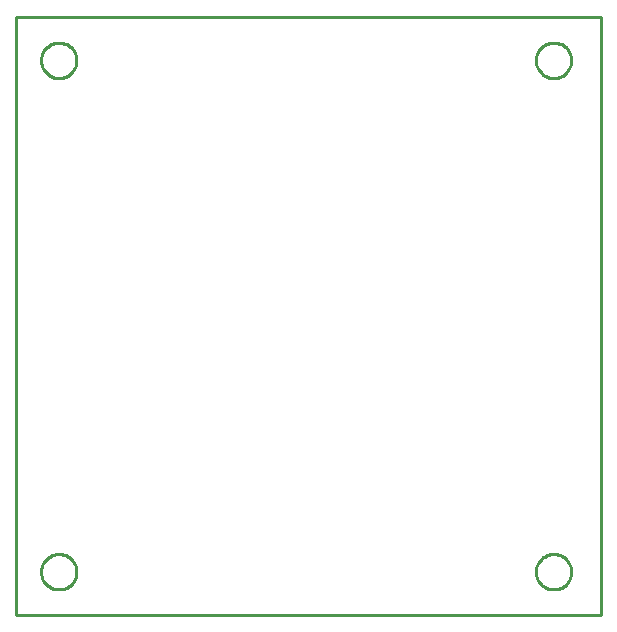
<source format=gbr>
G04 EAGLE Gerber X2 export*
%TF.Part,Single*%
%TF.FileFunction,Profile,NP*%
%TF.FilePolarity,Positive*%
%TF.GenerationSoftware,Autodesk,EAGLE,9.6.1*%
%TF.CreationDate,2020-04-14T06:35:51Z*%
G75*
%MOMM*%
%FSLAX34Y34*%
%LPD*%
%IN*%
%AMOC8*
5,1,8,0,0,1.08239X$1,22.5*%
G01*
%ADD10C,0.254000*%


D10*
X0Y0D02*
X495100Y0D01*
X495100Y507000D01*
X0Y507000D01*
X0Y0D01*
X51000Y469464D02*
X50924Y468396D01*
X50771Y467335D01*
X50543Y466288D01*
X50241Y465260D01*
X49867Y464256D01*
X49422Y463281D01*
X48908Y462341D01*
X48329Y461440D01*
X47687Y460582D01*
X46985Y459772D01*
X46228Y459015D01*
X45418Y458313D01*
X44560Y457671D01*
X43659Y457092D01*
X42719Y456578D01*
X41744Y456133D01*
X40740Y455759D01*
X39712Y455457D01*
X38665Y455229D01*
X37604Y455076D01*
X36536Y455000D01*
X35464Y455000D01*
X34396Y455076D01*
X33335Y455229D01*
X32288Y455457D01*
X31260Y455759D01*
X30256Y456133D01*
X29281Y456578D01*
X28341Y457092D01*
X27440Y457671D01*
X26582Y458313D01*
X25772Y459015D01*
X25015Y459772D01*
X24313Y460582D01*
X23671Y461440D01*
X23092Y462341D01*
X22578Y463281D01*
X22133Y464256D01*
X21759Y465260D01*
X21457Y466288D01*
X21229Y467335D01*
X21076Y468396D01*
X21000Y469464D01*
X21000Y470536D01*
X21076Y471604D01*
X21229Y472665D01*
X21457Y473712D01*
X21759Y474740D01*
X22133Y475744D01*
X22578Y476719D01*
X23092Y477659D01*
X23671Y478560D01*
X24313Y479418D01*
X25015Y480228D01*
X25772Y480985D01*
X26582Y481687D01*
X27440Y482329D01*
X28341Y482908D01*
X29281Y483422D01*
X30256Y483867D01*
X31260Y484241D01*
X32288Y484543D01*
X33335Y484771D01*
X34396Y484924D01*
X35464Y485000D01*
X36536Y485000D01*
X37604Y484924D01*
X38665Y484771D01*
X39712Y484543D01*
X40740Y484241D01*
X41744Y483867D01*
X42719Y483422D01*
X43659Y482908D01*
X44560Y482329D01*
X45418Y481687D01*
X46228Y480985D01*
X46985Y480228D01*
X47687Y479418D01*
X48329Y478560D01*
X48908Y477659D01*
X49422Y476719D01*
X49867Y475744D01*
X50241Y474740D01*
X50543Y473712D01*
X50771Y472665D01*
X50924Y471604D01*
X51000Y470536D01*
X51000Y469464D01*
X51000Y36464D02*
X50924Y35396D01*
X50771Y34335D01*
X50543Y33288D01*
X50241Y32260D01*
X49867Y31256D01*
X49422Y30281D01*
X48908Y29341D01*
X48329Y28440D01*
X47687Y27582D01*
X46985Y26772D01*
X46228Y26015D01*
X45418Y25313D01*
X44560Y24671D01*
X43659Y24092D01*
X42719Y23578D01*
X41744Y23133D01*
X40740Y22759D01*
X39712Y22457D01*
X38665Y22229D01*
X37604Y22076D01*
X36536Y22000D01*
X35464Y22000D01*
X34396Y22076D01*
X33335Y22229D01*
X32288Y22457D01*
X31260Y22759D01*
X30256Y23133D01*
X29281Y23578D01*
X28341Y24092D01*
X27440Y24671D01*
X26582Y25313D01*
X25772Y26015D01*
X25015Y26772D01*
X24313Y27582D01*
X23671Y28440D01*
X23092Y29341D01*
X22578Y30281D01*
X22133Y31256D01*
X21759Y32260D01*
X21457Y33288D01*
X21229Y34335D01*
X21076Y35396D01*
X21000Y36464D01*
X21000Y37536D01*
X21076Y38604D01*
X21229Y39665D01*
X21457Y40712D01*
X21759Y41740D01*
X22133Y42744D01*
X22578Y43719D01*
X23092Y44659D01*
X23671Y45560D01*
X24313Y46418D01*
X25015Y47228D01*
X25772Y47985D01*
X26582Y48687D01*
X27440Y49329D01*
X28341Y49908D01*
X29281Y50422D01*
X30256Y50867D01*
X31260Y51241D01*
X32288Y51543D01*
X33335Y51771D01*
X34396Y51924D01*
X35464Y52000D01*
X36536Y52000D01*
X37604Y51924D01*
X38665Y51771D01*
X39712Y51543D01*
X40740Y51241D01*
X41744Y50867D01*
X42719Y50422D01*
X43659Y49908D01*
X44560Y49329D01*
X45418Y48687D01*
X46228Y47985D01*
X46985Y47228D01*
X47687Y46418D01*
X48329Y45560D01*
X48908Y44659D01*
X49422Y43719D01*
X49867Y42744D01*
X50241Y41740D01*
X50543Y40712D01*
X50771Y39665D01*
X50924Y38604D01*
X51000Y37536D01*
X51000Y36464D01*
X470000Y36464D02*
X469924Y35396D01*
X469771Y34335D01*
X469543Y33288D01*
X469241Y32260D01*
X468867Y31256D01*
X468422Y30281D01*
X467908Y29341D01*
X467329Y28440D01*
X466687Y27582D01*
X465985Y26772D01*
X465228Y26015D01*
X464418Y25313D01*
X463560Y24671D01*
X462659Y24092D01*
X461719Y23578D01*
X460744Y23133D01*
X459740Y22759D01*
X458712Y22457D01*
X457665Y22229D01*
X456604Y22076D01*
X455536Y22000D01*
X454464Y22000D01*
X453396Y22076D01*
X452335Y22229D01*
X451288Y22457D01*
X450260Y22759D01*
X449256Y23133D01*
X448281Y23578D01*
X447341Y24092D01*
X446440Y24671D01*
X445582Y25313D01*
X444772Y26015D01*
X444015Y26772D01*
X443313Y27582D01*
X442671Y28440D01*
X442092Y29341D01*
X441578Y30281D01*
X441133Y31256D01*
X440759Y32260D01*
X440457Y33288D01*
X440229Y34335D01*
X440076Y35396D01*
X440000Y36464D01*
X440000Y37536D01*
X440076Y38604D01*
X440229Y39665D01*
X440457Y40712D01*
X440759Y41740D01*
X441133Y42744D01*
X441578Y43719D01*
X442092Y44659D01*
X442671Y45560D01*
X443313Y46418D01*
X444015Y47228D01*
X444772Y47985D01*
X445582Y48687D01*
X446440Y49329D01*
X447341Y49908D01*
X448281Y50422D01*
X449256Y50867D01*
X450260Y51241D01*
X451288Y51543D01*
X452335Y51771D01*
X453396Y51924D01*
X454464Y52000D01*
X455536Y52000D01*
X456604Y51924D01*
X457665Y51771D01*
X458712Y51543D01*
X459740Y51241D01*
X460744Y50867D01*
X461719Y50422D01*
X462659Y49908D01*
X463560Y49329D01*
X464418Y48687D01*
X465228Y47985D01*
X465985Y47228D01*
X466687Y46418D01*
X467329Y45560D01*
X467908Y44659D01*
X468422Y43719D01*
X468867Y42744D01*
X469241Y41740D01*
X469543Y40712D01*
X469771Y39665D01*
X469924Y38604D01*
X470000Y37536D01*
X470000Y36464D01*
X470000Y469464D02*
X469924Y468396D01*
X469771Y467335D01*
X469543Y466288D01*
X469241Y465260D01*
X468867Y464256D01*
X468422Y463281D01*
X467908Y462341D01*
X467329Y461440D01*
X466687Y460582D01*
X465985Y459772D01*
X465228Y459015D01*
X464418Y458313D01*
X463560Y457671D01*
X462659Y457092D01*
X461719Y456578D01*
X460744Y456133D01*
X459740Y455759D01*
X458712Y455457D01*
X457665Y455229D01*
X456604Y455076D01*
X455536Y455000D01*
X454464Y455000D01*
X453396Y455076D01*
X452335Y455229D01*
X451288Y455457D01*
X450260Y455759D01*
X449256Y456133D01*
X448281Y456578D01*
X447341Y457092D01*
X446440Y457671D01*
X445582Y458313D01*
X444772Y459015D01*
X444015Y459772D01*
X443313Y460582D01*
X442671Y461440D01*
X442092Y462341D01*
X441578Y463281D01*
X441133Y464256D01*
X440759Y465260D01*
X440457Y466288D01*
X440229Y467335D01*
X440076Y468396D01*
X440000Y469464D01*
X440000Y470536D01*
X440076Y471604D01*
X440229Y472665D01*
X440457Y473712D01*
X440759Y474740D01*
X441133Y475744D01*
X441578Y476719D01*
X442092Y477659D01*
X442671Y478560D01*
X443313Y479418D01*
X444015Y480228D01*
X444772Y480985D01*
X445582Y481687D01*
X446440Y482329D01*
X447341Y482908D01*
X448281Y483422D01*
X449256Y483867D01*
X450260Y484241D01*
X451288Y484543D01*
X452335Y484771D01*
X453396Y484924D01*
X454464Y485000D01*
X455536Y485000D01*
X456604Y484924D01*
X457665Y484771D01*
X458712Y484543D01*
X459740Y484241D01*
X460744Y483867D01*
X461719Y483422D01*
X462659Y482908D01*
X463560Y482329D01*
X464418Y481687D01*
X465228Y480985D01*
X465985Y480228D01*
X466687Y479418D01*
X467329Y478560D01*
X467908Y477659D01*
X468422Y476719D01*
X468867Y475744D01*
X469241Y474740D01*
X469543Y473712D01*
X469771Y472665D01*
X469924Y471604D01*
X470000Y470536D01*
X470000Y469464D01*
M02*

</source>
